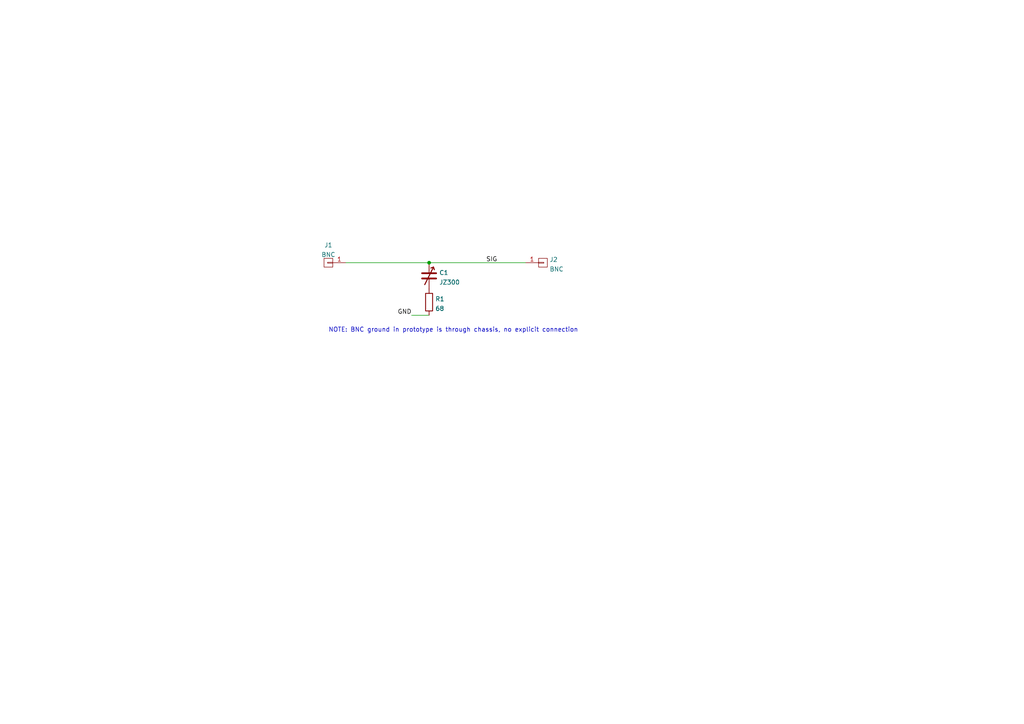
<source format=kicad_sch>
(kicad_sch (version 20211123) (generator eeschema)
  (paper "A4")
  (title_block (title "AKL-PR1 Passive R-C Divider Probe") (date "2022-06-21") (rev "0.1") (company "Antikernel Labs") (comment 1 "Andrew D. Zonenberg") (comment 2 "Compensation Circuit"))
  (lib_symbols
    (symbol "conn:CONN_01X01" (pin_names (offset 1.016) hide)
      (property "Reference" "J" (at 0 2.54 0))
      (property "Value" "CONN_01X01" (at 2.54 0 90))
      (symbol "CONN_01X01_0_1"
        (rectangle (start -1.27 0.127) (end 0.254 -0.127))
        (rectangle (start -1.27 1.27) (end 1.27 -1.27))
      )
      (symbol "CONN_01X01_1_1"
        (pin passive line (at -5.08 0 0) (length 3.81) (name "P1") (number "1"))
      )
    )
    (symbol "device:C_Variable" (pin_numbers hide) (pin_names (offset 0.254) hide)
      (property "Reference" "C" (at 0.635 -1.905 0))
      (property "Value" "C_Variable" (at 0.635 -3.81 0))
      (symbol "C_Variable_0_1"
        (polyline (pts (xy -2.032 -0.762) (xy 2.032 -0.762)) (stroke (width 0.508)))
        (polyline (pts (xy -2.032 0.762) (xy 2.032 0.762)) (stroke (width 0.508)))
        (polyline (pts (xy 1.27 2.54) (xy -1.27 -2.54)) (stroke (width 0.3048)))
        (polyline (pts (xy 1.27 2.54) (xy 0.508 2.286)) (stroke (width 0.3048)))
        (polyline (pts (xy 1.27 2.54) (xy 1.524 1.778)) (stroke (width 0.3048)))
      )
      (symbol "C_Variable_1_1"
        (pin passive line (at 0 3.81 270) (length 3.048) (name "~") (number "1"))
        (pin passive line (at 0 -3.81 90) (length 3.048) (name "~") (number "2"))
      )
    )
    (symbol "device:R" (pin_numbers hide) (pin_names (offset 0))
      (property "Reference" "R" (at 2.032 0 90))
      (property "Value" "R" (at 0 0 90))
      (symbol "R_0_1"
        (rectangle (start -1.016 -2.54) (end 1.016 2.54) (stroke (width 0.254)))
      )
      (symbol "R_1_1"
        (pin passive line (at 0 3.81 270) (length 1.27) (name "~") (number "1"))
        (pin passive line (at 0 -3.81 90) (length 1.27) (name "~") (number "2"))
      )
    )
  )
  (junction (at 124.46 76.2))
  (wire (pts (xy 100.33 76.2) (xy 124.46 76.2)))
  (wire (pts (xy 119.38 91.44) (xy 124.46 91.44)))
  (wire (pts (xy 124.46 76.2) (xy 152.4 76.2)))
  (text "NOTE: BNC ground in prototype is through chassis, no explicit connection" (at 95.25 96.52 0) (effects (font (size 1.27 1.27)) (justify left bottom)))
  (label "SIG" (at 140.97 76.2 0))
  (label "GND" (at 119.38 91.44 180))
  (symbol (lib_id "device:C_Variable") (at 124.46 80.01 0) (unit 1)
    (property "Reference" "C1" (at 127.381 79.1015 0) (effects (justify left)))
    (property "Value" "JZ300" (at 127.381 81.8766 0) (effects (justify left)))
    (property "Footprint" "azonenberg_pcb:CAP_TRIM_KNOWLES_JZ" (effects hide))
  )
  (symbol (lib_id "conn:CONN_01X01") (at 157.48 76.2 0) (unit 1)
    (property "Reference" "J2" (at 159.385 75.2915 0) (effects (justify left)))
    (property "Value" "BNC" (at 159.385 78.0666 0) (effects (justify left)))
    (property "Footprint" "azonenberg_pcb:TESTPOINT_BARETRACE_328UM" (effects hide))
  )
  (symbol (lib_id "conn:CONN_01X01") (at 95.25 76.2 0) (mirror y) (unit 1)
    (property "Reference" "J1" (at 95.25 71.0905 0))
    (property "Value" "BNC" (at 95.25 73.8656 0))
    (property "Footprint" "azonenberg_pcb:TESTPOINT_BARETRACE_328UM" (effects hide))
  )
  (symbol (lib_id "device:R") (at 124.46 87.63 0) (unit 1)
    (property "Reference" "R1" (at 126.238 86.7215 0) (effects (justify left)))
    (property "Value" "68" (at 126.238 89.4966 0) (effects (justify left)))
    (property "Footprint" "azonenberg_pcb:EIA_0402_RES_NOSILK" (effects hide))
  )
)
</source>
